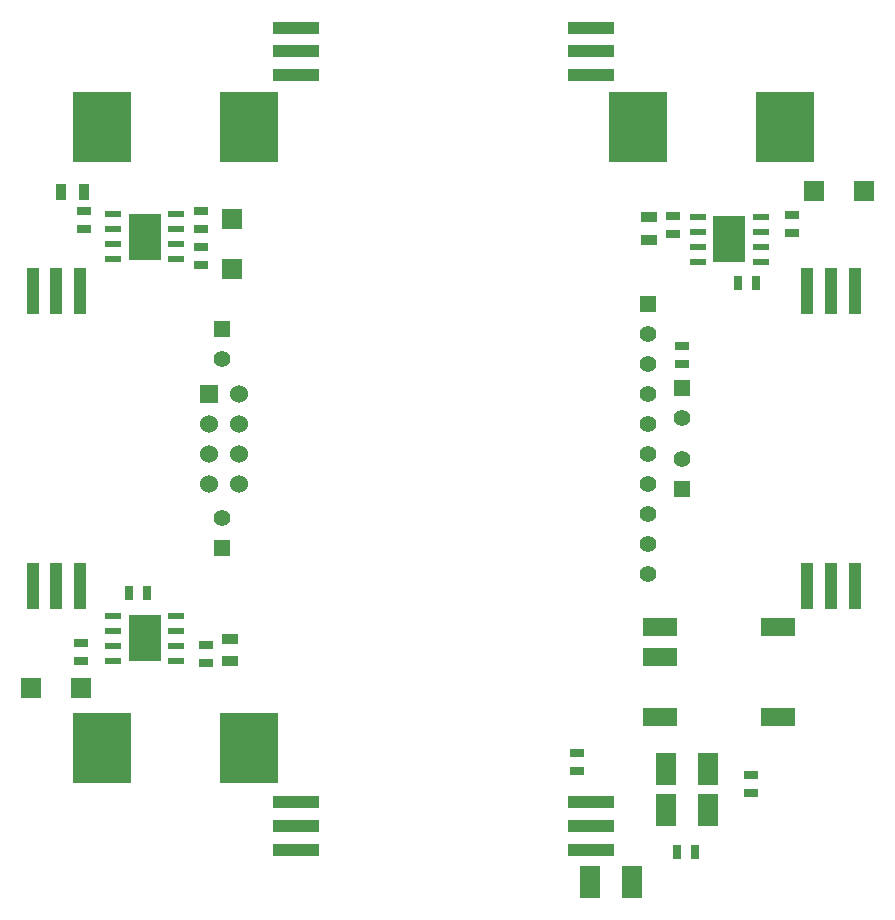
<source format=gts>
G04 (created by PCBNEW (2013-07-07 BZR 4022)-stable) date 12/08/2015 01:07:20*
%MOIN*%
G04 Gerber Fmt 3.4, Leading zero omitted, Abs format*
%FSLAX34Y34*%
G01*
G70*
G90*
G04 APERTURE LIST*
%ADD10C,0.00590551*%
%ADD11R,0.0551X0.0236*%
%ADD12R,0.1102X0.1575*%
%ADD13R,0.07X0.11*%
%ADD14R,0.055X0.035*%
%ADD15R,0.035X0.055*%
%ADD16R,0.045X0.025*%
%ADD17R,0.025X0.045*%
%ADD18R,0.055X0.055*%
%ADD19C,0.055*%
%ADD20R,0.06X0.06*%
%ADD21C,0.06*%
%ADD22R,0.19685X0.23622*%
%ADD23R,0.0669291X0.0669291*%
%ADD24R,0.0393701X0.15748*%
%ADD25R,0.15748X0.0393701*%
%ADD26R,0.11811X0.0590551*%
G04 APERTURE END LIST*
G54D10*
G54D11*
X69829Y-51572D03*
X67729Y-51572D03*
X69829Y-52072D03*
X69829Y-52572D03*
X69829Y-53072D03*
X67729Y-52072D03*
X67729Y-52572D03*
X67729Y-53072D03*
G54D12*
X68779Y-52322D03*
G54D11*
X67729Y-66458D03*
X69829Y-66458D03*
X67729Y-65958D03*
X67729Y-65458D03*
X67729Y-64958D03*
X69829Y-65958D03*
X69829Y-65458D03*
X69829Y-64958D03*
G54D12*
X68779Y-65708D03*
G54D11*
X89317Y-51651D03*
X87217Y-51651D03*
X89317Y-52151D03*
X89317Y-52651D03*
X89317Y-53151D03*
X87217Y-52151D03*
X87217Y-52651D03*
X87217Y-53151D03*
G54D12*
X88267Y-52401D03*
G54D13*
X83630Y-73818D03*
X85030Y-73818D03*
X86150Y-71417D03*
X87550Y-71417D03*
X86150Y-70078D03*
X87550Y-70078D03*
G54D14*
X85590Y-51672D03*
X85590Y-52422D03*
X71614Y-66477D03*
X71614Y-65727D03*
G54D15*
X66752Y-50826D03*
X66002Y-50826D03*
G54D16*
X66771Y-51471D03*
X66771Y-52071D03*
X86377Y-51629D03*
X86377Y-52229D03*
X86692Y-55959D03*
X86692Y-56559D03*
X70826Y-66520D03*
X70826Y-65920D03*
X83188Y-69542D03*
X83188Y-70142D03*
X88976Y-70251D03*
X88976Y-70851D03*
X90354Y-52189D03*
X90354Y-51589D03*
X70669Y-52071D03*
X70669Y-51471D03*
G54D17*
X68243Y-64212D03*
X68843Y-64212D03*
X89158Y-53858D03*
X88558Y-53858D03*
G54D16*
X66653Y-65881D03*
X66653Y-66481D03*
X70669Y-53252D03*
X70669Y-52652D03*
G54D18*
X86692Y-60736D03*
G54D19*
X86692Y-59736D03*
G54D18*
X86692Y-57374D03*
G54D19*
X86692Y-58374D03*
G54D18*
X85551Y-54555D03*
G54D19*
X85551Y-55555D03*
X85551Y-56555D03*
X85551Y-57555D03*
X85551Y-58555D03*
X85551Y-59555D03*
X85551Y-60555D03*
X85551Y-61555D03*
X85551Y-62555D03*
X85551Y-63555D03*
G54D20*
X70917Y-57555D03*
G54D21*
X71917Y-57555D03*
X70917Y-58555D03*
X71917Y-58555D03*
X70917Y-59555D03*
X71917Y-59555D03*
X70917Y-60555D03*
X71917Y-60555D03*
G54D22*
X85216Y-48661D03*
X90137Y-48661D03*
X72263Y-48661D03*
X67342Y-48661D03*
X72263Y-69370D03*
X67342Y-69370D03*
G54D23*
X92755Y-50787D03*
X91102Y-50787D03*
X71692Y-53385D03*
X71692Y-51732D03*
X65000Y-67362D03*
X66653Y-67362D03*
G54D18*
X71338Y-62704D03*
G54D19*
X71338Y-61704D03*
G54D18*
X71338Y-55405D03*
G54D19*
X71338Y-56405D03*
G54D17*
X87111Y-72834D03*
X86511Y-72834D03*
G54D24*
X90866Y-63976D03*
X91653Y-63976D03*
X92440Y-63976D03*
X92440Y-54133D03*
X91653Y-54133D03*
X90866Y-54133D03*
X65039Y-63976D03*
X65826Y-63976D03*
X66614Y-63976D03*
X66614Y-54133D03*
X65826Y-54133D03*
X65039Y-54133D03*
G54D25*
X73818Y-71181D03*
X73818Y-71968D03*
X73818Y-72755D03*
X83661Y-72755D03*
X83661Y-71968D03*
X83661Y-71181D03*
X73818Y-45354D03*
X73818Y-46141D03*
X73818Y-46929D03*
X83661Y-46929D03*
X83661Y-46141D03*
X83661Y-45354D03*
G54D26*
X85944Y-65322D03*
X85944Y-66322D03*
X85944Y-68322D03*
X89881Y-68322D03*
X89881Y-65322D03*
M02*

</source>
